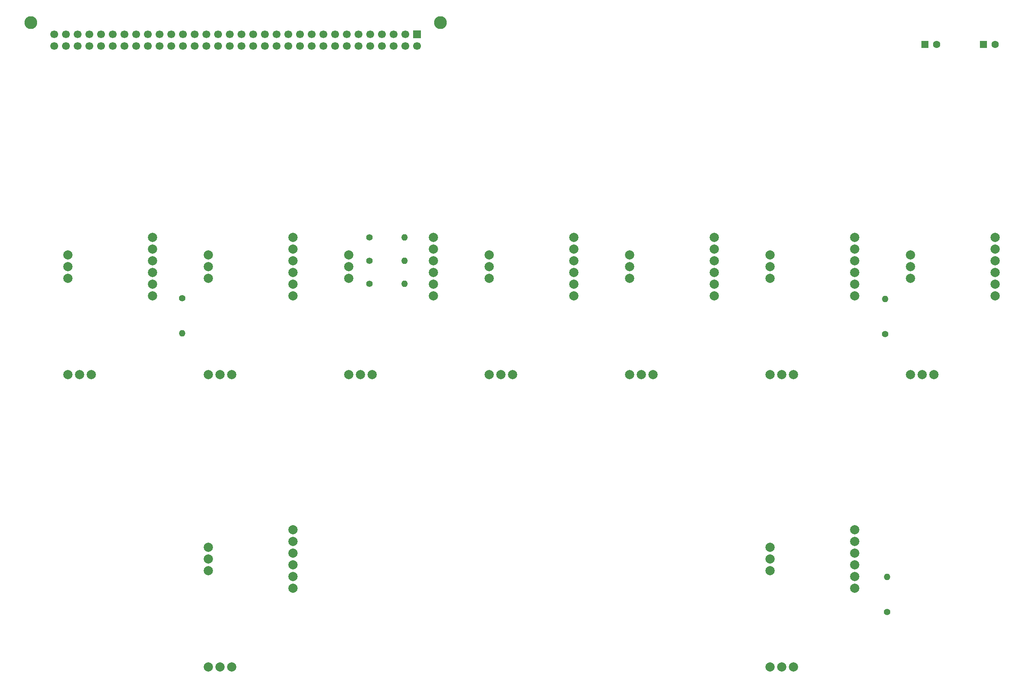
<source format=gbr>
G04 #@! TF.GenerationSoftware,KiCad,Pcbnew,(5.0.0)*
G04 #@! TF.CreationDate,2019-08-30T17:46:26+01:00*
G04 #@! TF.ProjectId,A-FB,412D46422E6B696361645F7063620000,rev?*
G04 #@! TF.SameCoordinates,Original*
G04 #@! TF.FileFunction,Soldermask,Bot*
G04 #@! TF.FilePolarity,Negative*
%FSLAX46Y46*%
G04 Gerber Fmt 4.6, Leading zero omitted, Abs format (unit mm)*
G04 Created by KiCad (PCBNEW (5.0.0)) date 08/30/19 17:46:26*
%MOMM*%
%LPD*%
G01*
G04 APERTURE LIST*
%ADD10C,2.000000*%
%ADD11C,1.400000*%
%ADD12O,1.400000X1.400000*%
%ADD13C,1.600000*%
%ADD14R,1.600000X1.600000*%
%ADD15C,2.800000*%
%ADD16C,1.700000*%
%ADD17R,1.700000X1.700000*%
G04 APERTURE END LIST*
D10*
G04 #@! TO.C,U8*
X225425000Y-78740000D03*
X225425000Y-81280000D03*
X225425000Y-83820000D03*
X243840000Y-74930000D03*
X243840000Y-77470000D03*
X243840000Y-80010000D03*
X243840000Y-82550000D03*
X243840000Y-85090000D03*
X243840000Y-87630000D03*
X230505000Y-104775000D03*
X227965000Y-104775000D03*
X225425000Y-104775000D03*
G04 #@! TD*
G04 #@! TO.C,U12*
X103505000Y-78740000D03*
X103505000Y-81280000D03*
X103505000Y-83820000D03*
X121920000Y-74930000D03*
X121920000Y-77470000D03*
X121920000Y-80010000D03*
X121920000Y-82550000D03*
X121920000Y-85090000D03*
X121920000Y-87630000D03*
X108585000Y-104775000D03*
X106045000Y-104775000D03*
X103505000Y-104775000D03*
G04 #@! TD*
G04 #@! TO.C,U11*
X133985000Y-78740000D03*
X133985000Y-81280000D03*
X133985000Y-83820000D03*
X152400000Y-74930000D03*
X152400000Y-77470000D03*
X152400000Y-80010000D03*
X152400000Y-82550000D03*
X152400000Y-85090000D03*
X152400000Y-87630000D03*
X139065000Y-104775000D03*
X136525000Y-104775000D03*
X133985000Y-104775000D03*
G04 #@! TD*
G04 #@! TO.C,U14*
X42545000Y-78740000D03*
X42545000Y-81280000D03*
X42545000Y-83820000D03*
X60960000Y-74930000D03*
X60960000Y-77470000D03*
X60960000Y-80010000D03*
X60960000Y-82550000D03*
X60960000Y-85090000D03*
X60960000Y-87630000D03*
X47625000Y-104775000D03*
X45085000Y-104775000D03*
X42545000Y-104775000D03*
G04 #@! TD*
G04 #@! TO.C,U13*
X73025000Y-78740000D03*
X73025000Y-81280000D03*
X73025000Y-83820000D03*
X91440000Y-74930000D03*
X91440000Y-77470000D03*
X91440000Y-80010000D03*
X91440000Y-82550000D03*
X91440000Y-85090000D03*
X91440000Y-87630000D03*
X78105000Y-104775000D03*
X75565000Y-104775000D03*
X73025000Y-104775000D03*
G04 #@! TD*
D11*
G04 #@! TO.C,R3*
X107975000Y-85064600D03*
D12*
X115595000Y-85064600D03*
G04 #@! TD*
D11*
G04 #@! TO.C,R4*
X107975000Y-80010000D03*
D12*
X115595000Y-80010000D03*
G04 #@! TD*
D11*
G04 #@! TO.C,R5*
X107975000Y-74930000D03*
D12*
X115595000Y-74930000D03*
G04 #@! TD*
D11*
G04 #@! TO.C,R6*
X67411600Y-88163400D03*
D12*
X67411600Y-95783400D03*
G04 #@! TD*
D10*
G04 #@! TO.C,U2*
X194945000Y-142240000D03*
X194945000Y-144780000D03*
X194945000Y-147320000D03*
X213360000Y-138430000D03*
X213360000Y-140970000D03*
X213360000Y-143510000D03*
X213360000Y-146050000D03*
X213360000Y-148590000D03*
X213360000Y-151130000D03*
X200025000Y-168275000D03*
X197485000Y-168275000D03*
X194945000Y-168275000D03*
G04 #@! TD*
G04 #@! TO.C,U6*
X73025000Y-142240000D03*
X73025000Y-144780000D03*
X73025000Y-147320000D03*
X91440000Y-138430000D03*
X91440000Y-140970000D03*
X91440000Y-143510000D03*
X91440000Y-146050000D03*
X91440000Y-148590000D03*
X91440000Y-151130000D03*
X78105000Y-168275000D03*
X75565000Y-168275000D03*
X73025000Y-168275000D03*
G04 #@! TD*
G04 #@! TO.C,U9*
X194945000Y-78740000D03*
X194945000Y-81280000D03*
X194945000Y-83820000D03*
X213360000Y-74930000D03*
X213360000Y-77470000D03*
X213360000Y-80010000D03*
X213360000Y-82550000D03*
X213360000Y-85090000D03*
X213360000Y-87630000D03*
X200025000Y-104775000D03*
X197485000Y-104775000D03*
X194945000Y-104775000D03*
G04 #@! TD*
G04 #@! TO.C,U10*
X164465000Y-78740000D03*
X164465000Y-81280000D03*
X164465000Y-83820000D03*
X182880000Y-74930000D03*
X182880000Y-77470000D03*
X182880000Y-80010000D03*
X182880000Y-82550000D03*
X182880000Y-85090000D03*
X182880000Y-87630000D03*
X169545000Y-104775000D03*
X167005000Y-104775000D03*
X164465000Y-104775000D03*
G04 #@! TD*
D13*
G04 #@! TO.C,C1*
X243800000Y-33020000D03*
D14*
X241300000Y-33020000D03*
G04 #@! TD*
D13*
G04 #@! TO.C,C2*
X231100000Y-33020000D03*
D14*
X228600000Y-33020000D03*
G04 #@! TD*
D15*
G04 #@! TO.C,J1*
X34525000Y-28321000D03*
X123425000Y-28321000D03*
D16*
X39605000Y-33401000D03*
X39605000Y-30861000D03*
X42145000Y-33401000D03*
X42145000Y-30861000D03*
X44685000Y-33401000D03*
X44685000Y-30861000D03*
X47225000Y-33401000D03*
X47225000Y-30861000D03*
X49765000Y-33401000D03*
X49765000Y-30861000D03*
X52305000Y-33401000D03*
X52305000Y-30861000D03*
X54845000Y-33401000D03*
X54845000Y-30861000D03*
X57385000Y-33401000D03*
X57385000Y-30861000D03*
X59925000Y-33401000D03*
X59925000Y-30861000D03*
X62465000Y-33401000D03*
X62465000Y-30861000D03*
X65005000Y-33401000D03*
X65005000Y-30861000D03*
X67545000Y-33401000D03*
X67545000Y-30861000D03*
X70085000Y-33401000D03*
X70085000Y-30861000D03*
X72625000Y-33401000D03*
X72625000Y-30861000D03*
X75165000Y-33401000D03*
X75165000Y-30861000D03*
X77705000Y-33401000D03*
X77705000Y-30861000D03*
X80245000Y-33401000D03*
X80245000Y-30861000D03*
X82785000Y-33401000D03*
X82785000Y-30861000D03*
X85325000Y-33401000D03*
X85325000Y-30861000D03*
X87865000Y-33401000D03*
X87865000Y-30861000D03*
X90405000Y-33401000D03*
X90405000Y-30861000D03*
X92945000Y-33401000D03*
X92945000Y-30861000D03*
X95485000Y-33401000D03*
X95485000Y-30861000D03*
X98025000Y-33401000D03*
X98025000Y-30861000D03*
X100565000Y-33401000D03*
X100565000Y-30861000D03*
X103105000Y-33401000D03*
X103105000Y-30861000D03*
X105645000Y-33401000D03*
X105645000Y-30861000D03*
X108185000Y-33401000D03*
X108185000Y-30861000D03*
X110725000Y-33401000D03*
X110725000Y-30861000D03*
X113265000Y-33401000D03*
X113265000Y-30861000D03*
X115805000Y-33401000D03*
X115805000Y-30861000D03*
X118345000Y-33401000D03*
D17*
X118345000Y-30861000D03*
G04 #@! TD*
D11*
G04 #@! TO.C,R1*
X219939000Y-95986600D03*
D12*
X219939000Y-88366600D03*
G04 #@! TD*
G04 #@! TO.C,R2*
X220370000Y-148666000D03*
D11*
X220370000Y-156286000D03*
G04 #@! TD*
M02*

</source>
